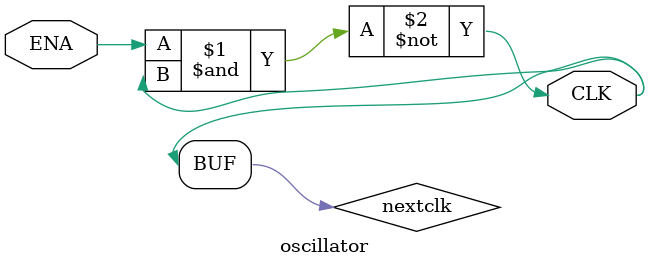
<source format=v>
`timescale 1ns / 1ps
module oscillator(
    input ENA,
	 output CLK
    );
	 
	 wire nextclk;
	 nand(nextclk, ENA, CLK);
	 assign #50 CLK = nextclk; 



endmodule

</source>
